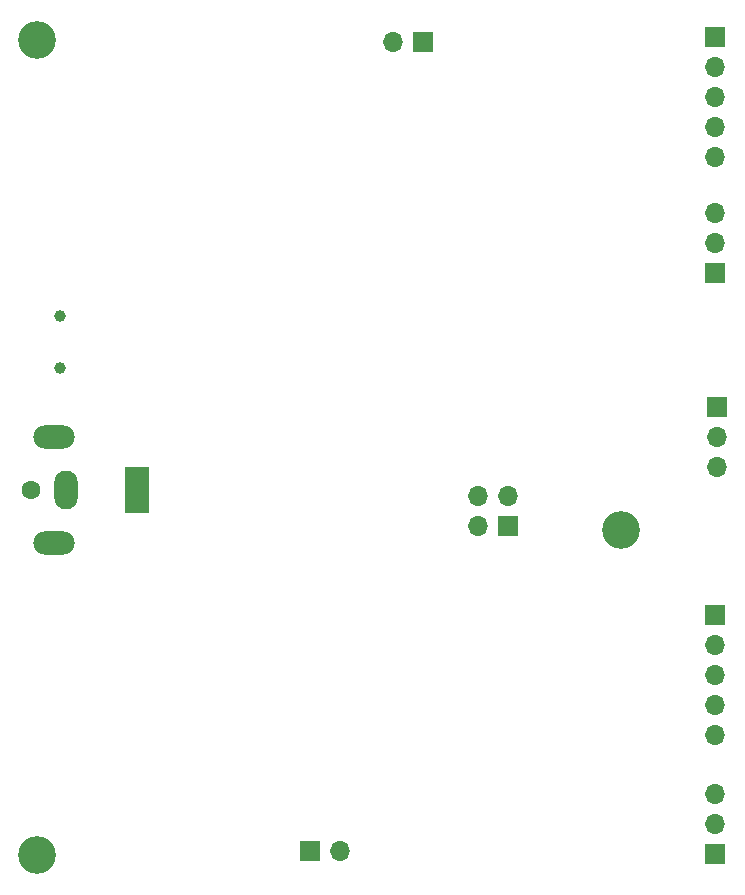
<source format=gbr>
%TF.GenerationSoftware,KiCad,Pcbnew,7.0.1*%
%TF.CreationDate,2023-12-25T01:16:19+01:00*%
%TF.ProjectId,BallBalancer,42616c6c-4261-46c6-916e-6365722e6b69,rev?*%
%TF.SameCoordinates,Original*%
%TF.FileFunction,Soldermask,Bot*%
%TF.FilePolarity,Negative*%
%FSLAX46Y46*%
G04 Gerber Fmt 4.6, Leading zero omitted, Abs format (unit mm)*
G04 Created by KiCad (PCBNEW 7.0.1) date 2023-12-25 01:16:19*
%MOMM*%
%LPD*%
G01*
G04 APERTURE LIST*
%ADD10R,1.700000X1.700000*%
%ADD11O,1.700000X1.700000*%
%ADD12C,3.200000*%
%ADD13C,1.600000*%
%ADD14R,2.000000X4.000000*%
%ADD15O,2.000000X3.300000*%
%ADD16O,3.500000X2.000000*%
%ADD17C,1.000000*%
G04 APERTURE END LIST*
D10*
%TO.C,J4*%
X143900000Y-130900000D03*
D11*
X143900000Y-128360000D03*
X143900000Y-125820000D03*
%TD*%
D10*
%TO.C,J7*%
X143900000Y-81760000D03*
D11*
X143900000Y-79220000D03*
X143900000Y-76680000D03*
%TD*%
D10*
%TO.C,J5*%
X143900000Y-110740000D03*
D11*
X143900000Y-113280000D03*
X143900000Y-115820000D03*
X143900000Y-118360000D03*
X143900000Y-120900000D03*
%TD*%
D12*
%TO.C,H2*%
X136000000Y-103500000D03*
%TD*%
%TO.C,H3*%
X86500000Y-62000000D03*
%TD*%
%TO.C,H1*%
X86500000Y-131000000D03*
%TD*%
D10*
%TO.C,J3*%
X126390000Y-103190000D03*
D11*
X123850000Y-103190000D03*
X126390000Y-100650000D03*
X123850000Y-100650000D03*
%TD*%
D10*
%TO.C,M1*%
X109686451Y-130705292D03*
D11*
X112226451Y-130705292D03*
%TD*%
D10*
%TO.C,J6*%
X143900000Y-61740000D03*
D11*
X143900000Y-64280000D03*
X143900000Y-66820000D03*
X143900000Y-69360000D03*
X143900000Y-71900000D03*
%TD*%
D10*
%TO.C,M2*%
X119187500Y-62220000D03*
D11*
X116647500Y-62220000D03*
%TD*%
D13*
%TO.C,J8*%
X86000000Y-100100000D03*
D14*
X95000000Y-100100000D03*
D15*
X89000000Y-100100000D03*
D16*
X88000000Y-95600000D03*
X88000000Y-104600000D03*
%TD*%
D17*
%TO.C,J1*%
X88500000Y-85400000D03*
X88500000Y-89800000D03*
%TD*%
D10*
%TO.C,J2*%
X144100000Y-93080000D03*
D11*
X144100000Y-95620000D03*
X144100000Y-98160000D03*
%TD*%
M02*

</source>
